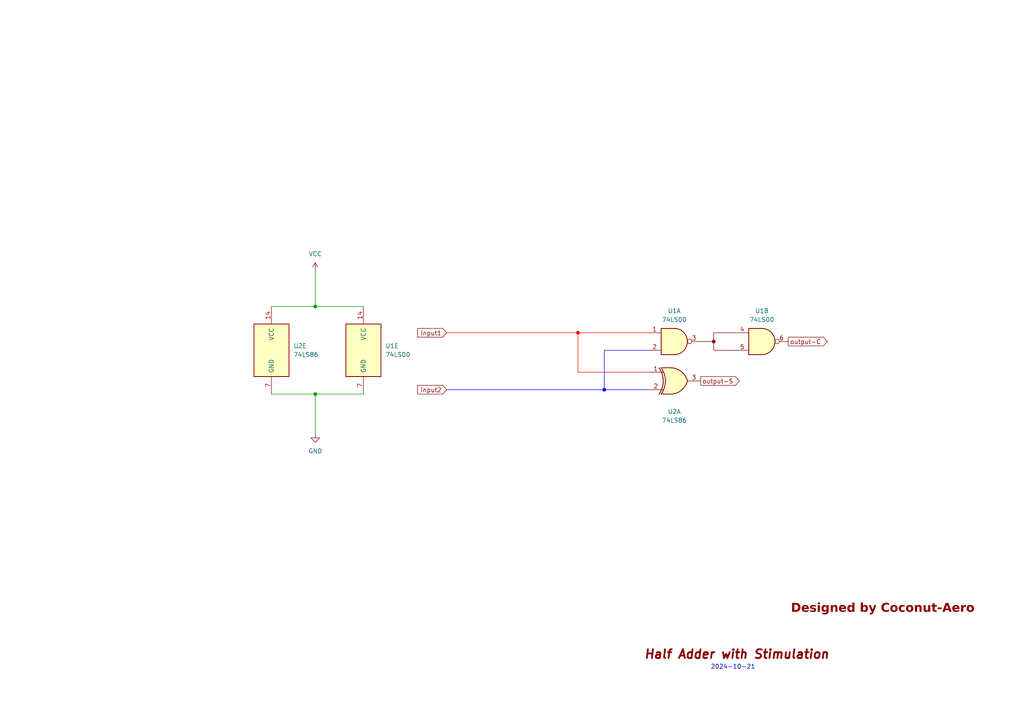
<source format=kicad_sch>
(kicad_sch (version 20231120) (generator "eeschema") (generator_version "8.0")
  (paper "A4")
  (lib_symbols
    (symbol "74xx:74LS00" (pin_names (offset 1.016))
      (property "Reference" "U" (at 0 1.27 0))
      (property "Value" "74LS00" (at 0 -1.27 0))
      (symbol "74LS00_1_1"
        (arc (start 0 -3.81) (mid 3.7934 0) (end 0 3.81) (stroke (width 0.254)) (fill (type background)))
        (polyline (pts (xy 0 3.81) (xy -3.81 3.81) (xy -3.81 -3.81) (xy 0 -3.81)) (stroke (width 0.254)) (fill (type background)))
        (pin input line (at -7.62 2.54 0) (length 3.81) (name "~") (number "1"))
        (pin input line (at -7.62 -2.54 0) (length 3.81) (name "~") (number "2"))
        (pin output inverted (at 7.62 0 180) (length 3.81) (name "~") (number "3"))
      )
      (symbol "74LS00_1_2"
        (arc (start -3.81 -3.81) (mid -2.589 0) (end -3.81 3.81) (stroke (width 0.254)))
        (arc (start -0.6096 -3.81) (mid 2.1842 -2.5851) (end 3.81 0) (stroke (width 0.254)) (fill (type background)))
        (polyline (pts (xy -3.81 -3.81) (xy -0.635 -3.81)) (stroke (width 0.254)) (fill (type background)))
        (polyline (pts (xy -3.81 3.81) (xy -0.635 3.81)) (stroke (width 0.254)) (fill (type background)))
        (polyline (pts (xy -0.635 3.81) (xy -3.81 3.81) (xy -3.81 3.81) (xy -3.556 3.4036) (xy -3.0226 2.2606) (xy -2.6924 1.0414) (xy -2.6162 -0.254) (xy -2.7686 -1.4986) (xy -3.175 -2.7178) (xy -3.81 -3.81) (xy -3.81 -3.81) (xy -0.635 -3.81)) (stroke (width -25.4)) (fill (type background)))
        (arc (start 3.81 0) (mid 2.1915 2.5936) (end -0.6096 3.81) (stroke (width 0.254)) (fill (type background)))
        (pin input inverted (at -7.62 2.54 0) (length 4.318) (name "~") (number "1"))
        (pin input inverted (at -7.62 -2.54 0) (length 4.318) (name "~") (number "2"))
        (pin output line (at 7.62 0 180) (length 3.81) (name "~") (number "3"))
      )
      (symbol "74LS00_2_1"
        (arc (start 0 -3.81) (mid 3.7934 0) (end 0 3.81) (stroke (width 0.254)) (fill (type background)))
        (polyline (pts (xy 0 3.81) (xy -3.81 3.81) (xy -3.81 -3.81) (xy 0 -3.81)) (stroke (width 0.254)) (fill (type background)))
        (pin input line (at -7.62 2.54 0) (length 3.81) (name "~") (number "4"))
        (pin input line (at -7.62 -2.54 0) (length 3.81) (name "~") (number "5"))
        (pin output inverted (at 7.62 0 180) (length 3.81) (name "~") (number "6"))
      )
      (symbol "74LS00_2_2"
        (arc (start -3.81 -3.81) (mid -2.589 0) (end -3.81 3.81) (stroke (width 0.254)))
        (arc (start -0.6096 -3.81) (mid 2.1842 -2.5851) (end 3.81 0) (stroke (width 0.254)) (fill (type background)))
        (polyline (pts (xy -3.81 -3.81) (xy -0.635 -3.81)) (stroke (width 0.254)) (fill (type background)))
        (polyline (pts (xy -3.81 3.81) (xy -0.635 3.81)) (stroke (width 0.254)) (fill (type background)))
        (polyline (pts (xy -0.635 3.81) (xy -3.81 3.81) (xy -3.81 3.81) (xy -3.556 3.4036) (xy -3.0226 2.2606) (xy -2.6924 1.0414) (xy -2.6162 -0.254) (xy -2.7686 -1.4986) (xy -3.175 -2.7178) (xy -3.81 -3.81) (xy -3.81 -3.81) (xy -0.635 -3.81)) (stroke (width -25.4)) (fill (type background)))
        (arc (start 3.81 0) (mid 2.1915 2.5936) (end -0.6096 3.81) (stroke (width 0.254)) (fill (type background)))
        (pin input inverted (at -7.62 2.54 0) (length 4.318) (name "~") (number "4"))
        (pin input inverted (at -7.62 -2.54 0) (length 4.318) (name "~") (number "5"))
        (pin output line (at 7.62 0 180) (length 3.81) (name "~") (number "6"))
      )
      (symbol "74LS00_3_1"
        (arc (start 0 -3.81) (mid 3.7934 0) (end 0 3.81) (stroke (width 0.254)) (fill (type background)))
        (polyline (pts (xy 0 3.81) (xy -3.81 3.81) (xy -3.81 -3.81) (xy 0 -3.81)) (stroke (width 0.254)) (fill (type background)))
        (pin input line (at -7.62 -2.54 0) (length 3.81) (name "~") (number "10"))
        (pin output inverted (at 7.62 0 180) (length 3.81) (name "~") (number "8"))
        (pin input line (at -7.62 2.54 0) (length 3.81) (name "~") (number "9"))
      )
      (symbol "74LS00_3_2"
        (arc (start -3.81 -3.81) (mid -2.589 0) (end -3.81 3.81) (stroke (width 0.254)))
        (arc (start -0.6096 -3.81) (mid 2.1842 -2.5851) (end 3.81 0) (stroke (width 0.254)) (fill (type background)))
        (polyline (pts (xy -3.81 -3.81) (xy -0.635 -3.81)) (stroke (width 0.254)) (fill (type background)))
        (polyline (pts (xy -3.81 3.81) (xy -0.635 3.81)) (stroke (width 0.254)) (fill (type background)))
        (polyline (pts (xy -0.635 3.81) (xy -3.81 3.81) (xy -3.81 3.81) (xy -3.556 3.4036) (xy -3.0226 2.2606) (xy -2.6924 1.0414) (xy -2.6162 -0.254) (xy -2.7686 -1.4986) (xy -3.175 -2.7178) (xy -3.81 -3.81) (xy -3.81 -3.81) (xy -0.635 -3.81)) (stroke (width -25.4)) (fill (type background)))
        (arc (start 3.81 0) (mid 2.1915 2.5936) (end -0.6096 3.81) (stroke (width 0.254)) (fill (type background)))
        (pin input inverted (at -7.62 -2.54 0) (length 4.318) (name "~") (number "10"))
        (pin output line (at 7.62 0 180) (length 3.81) (name "~") (number "8"))
        (pin input inverted (at -7.62 2.54 0) (length 4.318) (name "~") (number "9"))
      )
      (symbol "74LS00_4_1"
        (arc (start 0 -3.81) (mid 3.7934 0) (end 0 3.81) (stroke (width 0.254)) (fill (type background)))
        (polyline (pts (xy 0 3.81) (xy -3.81 3.81) (xy -3.81 -3.81) (xy 0 -3.81)) (stroke (width 0.254)) (fill (type background)))
        (pin output inverted (at 7.62 0 180) (length 3.81) (name "~") (number "11"))
        (pin input line (at -7.62 2.54 0) (length 3.81) (name "~") (number "12"))
        (pin input line (at -7.62 -2.54 0) (length 3.81) (name "~") (number "13"))
      )
      (symbol "74LS00_4_2"
        (arc (start -3.81 -3.81) (mid -2.589 0) (end -3.81 3.81) (stroke (width 0.254)))
        (arc (start -0.6096 -3.81) (mid 2.1842 -2.5851) (end 3.81 0) (stroke (width 0.254)) (fill (type background)))
        (polyline (pts (xy -3.81 -3.81) (xy -0.635 -3.81)) (stroke (width 0.254)) (fill (type background)))
        (polyline (pts (xy -3.81 3.81) (xy -0.635 3.81)) (stroke (width 0.254)) (fill (type background)))
        (polyline (pts (xy -0.635 3.81) (xy -3.81 3.81) (xy -3.81 3.81) (xy -3.556 3.4036) (xy -3.0226 2.2606) (xy -2.6924 1.0414) (xy -2.6162 -0.254) (xy -2.7686 -1.4986) (xy -3.175 -2.7178) (xy -3.81 -3.81) (xy -3.81 -3.81) (xy -0.635 -3.81)) (stroke (width -25.4)) (fill (type background)))
        (arc (start 3.81 0) (mid 2.1915 2.5936) (end -0.6096 3.81) (stroke (width 0.254)) (fill (type background)))
        (pin output line (at 7.62 0 180) (length 3.81) (name "~") (number "11"))
        (pin input inverted (at -7.62 2.54 0) (length 4.318) (name "~") (number "12"))
        (pin input inverted (at -7.62 -2.54 0) (length 4.318) (name "~") (number "13"))
      )
      (symbol "74LS00_5_0"
        (pin power_in line (at 0 12.7 270) (length 5.08) (name "VCC") (number "14"))
        (pin power_in line (at 0 -12.7 90) (length 5.08) (name "GND") (number "7"))
      )
      (symbol "74LS00_5_1"
        (rectangle (start -5.08 7.62) (end 5.08 -7.62) (stroke (width 0.254)) (fill (type background)))
      )
    )
    (symbol "74xx:74LS86" (pin_names (offset 1.016))
      (property "Reference" "U" (at 0 1.27 0))
      (property "Value" "74LS86" (at 0 -1.27 0))
      (symbol "74LS86_1_0"
        (arc (start -4.4196 -3.81) (mid -3.2033 0) (end -4.4196 3.81) (stroke (width 0.254)))
        (arc (start -3.81 -3.81) (mid -2.589 0) (end -3.81 3.81) (stroke (width 0.254)))
        (arc (start -0.6096 -3.81) (mid 2.1842 -2.5851) (end 3.81 0) (stroke (width 0.254)) (fill (type background)))
        (polyline (pts (xy -3.81 -3.81) (xy -0.635 -3.81)) (stroke (width 0.254)) (fill (type background)))
        (polyline (pts (xy -3.81 3.81) (xy -0.635 3.81)) (stroke (width 0.254)) (fill (type background)))
        (polyline (pts (xy -0.635 3.81) (xy -3.81 3.81) (xy -3.81 3.81) (xy -3.556 3.4036) (xy -3.0226 2.2606) (xy -2.6924 1.0414) (xy -2.6162 -0.254) (xy -2.7686 -1.4986) (xy -3.175 -2.7178) (xy -3.81 -3.81) (xy -3.81 -3.81) (xy -0.635 -3.81)) (stroke (width -25.4)) (fill (type background)))
        (arc (start 3.81 0) (mid 2.1915 2.5936) (end -0.6096 3.81) (stroke (width 0.254)) (fill (type background)))
        (pin input line (at -7.62 2.54 0) (length 4.445) (name "~") (number "1"))
        (pin input line (at -7.62 -2.54 0) (length 4.445) (name "~") (number "2"))
        (pin output line (at 7.62 0 180) (length 3.81) (name "~") (number "3"))
      )
      (symbol "74LS86_1_1"
        (polyline (pts (xy -3.81 -2.54) (xy -3.175 -2.54)) (stroke (width 0.1524)))
        (polyline (pts (xy -3.81 2.54) (xy -3.175 2.54)) (stroke (width 0.1524)))
      )
      (symbol "74LS86_2_0"
        (arc (start -4.4196 -3.81) (mid -3.2033 0) (end -4.4196 3.81) (stroke (width 0.254)))
        (arc (start -3.81 -3.81) (mid -2.589 0) (end -3.81 3.81) (stroke (width 0.254)))
        (arc (start -0.6096 -3.81) (mid 2.1842 -2.5851) (end 3.81 0) (stroke (width 0.254)) (fill (type background)))
        (polyline (pts (xy -3.81 -3.81) (xy -0.635 -3.81)) (stroke (width 0.254)) (fill (type background)))
        (polyline (pts (xy -3.81 3.81) (xy -0.635 3.81)) (stroke (width 0.254)) (fill (type background)))
        (polyline (pts (xy -0.635 3.81) (xy -3.81 3.81) (xy -3.81 3.81) (xy -3.556 3.4036) (xy -3.0226 2.2606) (xy -2.6924 1.0414) (xy -2.6162 -0.254) (xy -2.7686 -1.4986) (xy -3.175 -2.7178) (xy -3.81 -3.81) (xy -3.81 -3.81) (xy -0.635 -3.81)) (stroke (width -25.4)) (fill (type background)))
        (arc (start 3.81 0) (mid 2.1915 2.5936) (end -0.6096 3.81) (stroke (width 0.254)) (fill (type background)))
        (pin input line (at -7.62 2.54 0) (length 4.445) (name "~") (number "4"))
        (pin input line (at -7.62 -2.54 0) (length 4.445) (name "~") (number "5"))
        (pin output line (at 7.62 0 180) (length 3.81) (name "~") (number "6"))
      )
      (symbol "74LS86_2_1"
        (polyline (pts (xy -3.81 -2.54) (xy -3.175 -2.54)) (stroke (width 0.1524)))
        (polyline (pts (xy -3.81 2.54) (xy -3.175 2.54)) (stroke (width 0.1524)))
      )
      (symbol "74LS86_3_0"
        (arc (start -4.4196 -3.81) (mid -3.2033 0) (end -4.4196 3.81) (stroke (width 0.254)))
        (arc (start -3.81 -3.81) (mid -2.589 0) (end -3.81 3.81) (stroke (width 0.254)))
        (arc (start -0.6096 -3.81) (mid 2.1842 -2.5851) (end 3.81 0) (stroke (width 0.254)) (fill (type background)))
        (polyline (pts (xy -3.81 -3.81) (xy -0.635 -3.81)) (stroke (width 0.254)) (fill (type background)))
        (polyline (pts (xy -3.81 3.81) (xy -0.635 3.81)) (stroke (width 0.254)) (fill (type background)))
        (polyline (pts (xy -0.635 3.81) (xy -3.81 3.81) (xy -3.81 3.81) (xy -3.556 3.4036) (xy -3.0226 2.2606) (xy -2.6924 1.0414) (xy -2.6162 -0.254) (xy -2.7686 -1.4986) (xy -3.175 -2.7178) (xy -3.81 -3.81) (xy -3.81 -3.81) (xy -0.635 -3.81)) (stroke (width -25.4)) (fill (type background)))
        (arc (start 3.81 0) (mid 2.1915 2.5936) (end -0.6096 3.81) (stroke (width 0.254)) (fill (type background)))
        (pin input line (at -7.62 -2.54 0) (length 4.445) (name "~") (number "10"))
        (pin output line (at 7.62 0 180) (length 3.81) (name "~") (number "8"))
        (pin input line (at -7.62 2.54 0) (length 4.445) (name "~") (number "9"))
      )
      (symbol "74LS86_3_1"
        (polyline (pts (xy -3.81 -2.54) (xy -3.175 -2.54)) (stroke (width 0.1524)))
        (polyline (pts (xy -3.81 2.54) (xy -3.175 2.54)) (stroke (width 0.1524)))
      )
      (symbol "74LS86_4_0"
        (arc (start -4.4196 -3.81) (mid -3.2033 0) (end -4.4196 3.81) (stroke (width 0.254)))
        (arc (start -3.81 -3.81) (mid -2.589 0) (end -3.81 3.81) (stroke (width 0.254)))
        (arc (start -0.6096 -3.81) (mid 2.1842 -2.5851) (end 3.81 0) (stroke (width 0.254)) (fill (type background)))
        (polyline (pts (xy -3.81 -3.81) (xy -0.635 -3.81)) (stroke (width 0.254)) (fill (type background)))
        (polyline (pts (xy -3.81 3.81) (xy -0.635 3.81)) (stroke (width 0.254)) (fill (type background)))
        (polyline (pts (xy -0.635 3.81) (xy -3.81 3.81) (xy -3.81 3.81) (xy -3.556 3.4036) (xy -3.0226 2.2606) (xy -2.6924 1.0414) (xy -2.6162 -0.254) (xy -2.7686 -1.4986) (xy -3.175 -2.7178) (xy -3.81 -3.81) (xy -3.81 -3.81) (xy -0.635 -3.81)) (stroke (width -25.4)) (fill (type background)))
        (arc (start 3.81 0) (mid 2.1915 2.5936) (end -0.6096 3.81) (stroke (width 0.254)) (fill (type background)))
        (pin output line (at 7.62 0 180) (length 3.81) (name "~") (number "11"))
        (pin input line (at -7.62 2.54 0) (length 4.445) (name "~") (number "12"))
        (pin input line (at -7.62 -2.54 0) (length 4.445) (name "~") (number "13"))
      )
      (symbol "74LS86_4_1"
        (polyline (pts (xy -3.81 -2.54) (xy -3.175 -2.54)) (stroke (width 0.1524)))
        (polyline (pts (xy -3.81 2.54) (xy -3.175 2.54)) (stroke (width 0.1524)))
      )
      (symbol "74LS86_5_0"
        (pin power_in line (at 0 12.7 270) (length 5.08) (name "VCC") (number "14"))
        (pin power_in line (at 0 -12.7 90) (length 5.08) (name "GND") (number "7"))
      )
      (symbol "74LS86_5_1"
        (rectangle (start -5.08 7.62) (end 5.08 -7.62) (stroke (width 0.254)) (fill (type background)))
      )
    )
    (symbol "power:GND" (power) (pin_numbers hide) (pin_names (offset 0) hide)
      (property "Value" "GND" (at 0 -3.81 0))
      (symbol "GND_0_1"
        (polyline (pts (xy 0 0) (xy 0 -1.27) (xy 1.27 -1.27) (xy 0 -2.54) (xy -1.27 -1.27) (xy 0 -1.27)))
      )
      (symbol "GND_1_1"
        (pin power_in line (at 0 0 270) (length 0) (name "~") (number "1"))
      )
    )
    (symbol "power:VCC" (power) (pin_numbers hide) (pin_names (offset 0) hide)
      (property "Value" "VCC" (at 0 3.556 0))
      (symbol "VCC_0_1"
        (polyline (pts (xy -0.762 1.27) (xy 0 2.54)))
        (polyline (pts (xy 0 0) (xy 0 2.54)))
        (polyline (pts (xy 0 2.54) (xy 0.762 1.27)))
      )
      (symbol "VCC_1_1"
        (pin power_in line (at 0 0 90) (length 0) (name "~") (number "1"))
      )
    )
  )
  (junction (at 91.44 114.3))
  (junction (at 175.26 113.03) (color 0 0 255 1))
  (junction (at 91.44 88.9))
  (junction (at 167.64 96.52) (color 255 0 0 1))
  (junction (at 207.01 99.06) (color 132 0 0 1))
  (wire (pts (xy 129.54 113.03) (xy 175.26 113.03)) (stroke (width 0) (color 0 0 255 1)))
  (wire (pts (xy 78.74 114.3) (xy 91.44 114.3)))
  (wire (pts (xy 78.74 88.9) (xy 91.44 88.9)))
  (wire (pts (xy 129.54 96.52) (xy 167.64 96.52)) (stroke (width 0) (color 255 0 0 1)))
  (wire (pts (xy 175.26 113.03) (xy 187.96 113.03)) (stroke (width 0) (color 0 0 255 1)))
  (wire (pts (xy 91.44 88.9) (xy 105.41 88.9)))
  (wire (pts (xy 187.96 101.6) (xy 175.26 101.6)) (stroke (width 0) (color 0 0 255 1)))
  (wire (pts (xy 187.96 96.52) (xy 167.64 96.52)) (stroke (width 0) (color 255 0 0 1)))
  (wire (pts (xy 91.44 78.74) (xy 91.44 88.9)))
  (wire (pts (xy 207.01 101.6) (xy 207.01 99.06)) (stroke (width 0) (color 132 0 0 1)))
  (wire (pts (xy 91.44 114.3) (xy 105.41 114.3)))
  (wire (pts (xy 175.26 101.6) (xy 175.26 113.03)) (stroke (width 0) (color 0 0 255 1)))
  (wire (pts (xy 91.44 125.73) (xy 91.44 114.3)))
  (wire (pts (xy 167.64 107.95) (xy 187.96 107.95)) (stroke (width 0) (color 255 0 0 1)))
  (wire (pts (xy 207.01 99.06) (xy 207.01 96.52)) (stroke (width 0) (color 132 0 0 1)))
  (wire (pts (xy 213.36 101.6) (xy 207.01 101.6)) (stroke (width 0) (color 132 0 0 1)))
  (wire (pts (xy 203.2 99.06) (xy 207.01 99.06)) (stroke (width 0) (color 132 0 0 1)))
  (wire (pts (xy 207.01 96.52) (xy 213.36 96.52)) (stroke (width 0) (color 132 0 0 1)))
  (wire (pts (xy 167.64 96.52) (xy 167.64 107.95)) (stroke (width 0) (color 255 0 0 1)))
  (text "Half Adder with Stimulation" (at 186.69 188.468 0) (effects (font (size 2.54 2.54) (thickness 0.508) (bold yes) (italic yes)) (justify left top)))
  (text "Designed by Coconut-Aero\n" (at 256.032 177.292 0) (effects (font (size 2.54 2.54) (thickness 0.508) (bold yes) (italic yes))))
  (text "2024-10-21" (at 212.598 193.548 0) (effects (font (size 1.27 1.27))))
  (global_label "input2" (shape input) (at 129.54 113.03 180) (property "Intersheetrefs" "${INTERSHEET_REFS}" (effects (hide yes))))
  (global_label "input1" (shape input) (at 129.54 96.52 180) (property "Intersheetrefs" "${INTERSHEET_REFS}" (effects (hide yes))))
  (global_label "output-S" (shape output) (at 203.2 110.49 0) (property "Intersheetrefs" "${INTERSHEET_REFS}" (effects (hide yes))))
  (global_label "output-C" (shape output) (at 228.6 99.06 0) (property "Intersheetrefs" "${INTERSHEET_REFS}" (effects (hide yes))))
  (symbol (lib_id "power:GND") (at 91.44 125.73 0) (unit 1)
    (property "Reference" "#PWR03" (effects (hide yes)))
    (property "Value" "GND" (at 91.44 130.81 0))
    (property "Description" "Power symbol creates a global label with name \"GND\" , ground" (effects (hide yes)))
  )
  (symbol (lib_id "74xx:74LS86") (at 78.74 101.6 0) (unit 5)
    (property "Reference" "U2" (at 85.09 100.3299 0) (effects (justify left)))
    (property "Value" "74LS86" (at 85.09 102.8699 0) (effects (justify left)))
    (property "Datasheet" "74xx/74ls86.pdf" (effects (hide yes)))
    (property "Description" "Quad 2-input XOR" (effects (hide yes)))
  )
  (symbol (lib_id "74xx:74LS00") (at 220.98 99.06 0) (unit 2)
    (property "Reference" "U1" (at 220.9717 90.17 0))
    (property "Value" "74LS00" (at 220.9717 92.71 0))
    (property "Datasheet" "http://www.ti.com/lit/gpn/sn74ls00" (effects (hide yes)))
    (property "Description" "quad 2-input NAND gate" (effects (hide yes)))
  )
  (symbol (lib_id "74xx:74LS00") (at 195.58 99.06 0) (unit 1)
    (property "Reference" "U1" (at 195.5717 90.17 0))
    (property "Value" "74LS00" (at 195.5717 92.71 0))
    (property "Datasheet" "http://www.ti.com/lit/gpn/sn74ls00" (effects (hide yes)))
    (property "Description" "quad 2-input NAND gate" (effects (hide yes)))
  )
  (symbol (lib_id "power:VCC") (at 91.44 78.74 0) (unit 1)
    (property "Reference" "#PWR02" (effects (hide yes)))
    (property "Value" "VCC" (at 91.44 73.66 0))
    (property "Description" "Power symbol creates a global label with name \"VCC\"" (effects (hide yes)))
  )
  (symbol (lib_id "74xx:74LS86") (at 195.58 110.49 0) (unit 1)
    (property "Reference" "U2" (at 195.58 119.38 0))
    (property "Value" "74LS86" (at 195.58 121.92 0))
    (property "Datasheet" "74xx/74ls86.pdf" (effects (hide yes)))
    (property "Description" "Quad 2-input XOR" (effects (hide yes)))
  )
  (symbol (lib_id "74xx:74LS00") (at 105.41 101.6 0) (unit 5)
    (property "Reference" "U1" (at 111.76 100.3299 0) (effects (justify left)))
    (property "Value" "74LS00" (at 111.76 102.8699 0) (effects (justify left)))
    (property "Datasheet" "http://www.ti.com/lit/gpn/sn74ls00" (effects (hide yes)))
    (property "Description" "quad 2-input NAND gate" (effects (hide yes)))
  )
)
</source>
